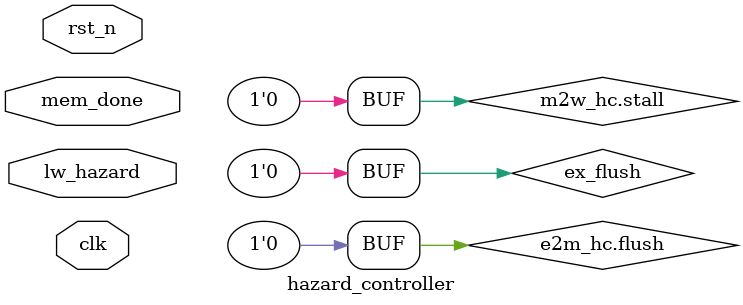
<source format=sv>
/*
 * hazard_controller.sv
 * Author: Zinsser Zhang
 * Last Revision: 03/13/2022
 *
 * hazard_controller collects feedbacks from each stage and detect whether there
 * are hazards in the pipeline. If so, it generate control signals to stall or
 * flush each stage. It also contains a branch_controller, which talks to
 * a branch predictor to make a prediction when a branch instruction is decoded.
 *
 * It also contains simulation only logic to report hazard conditions to C++
 * code for execution statistics collection.
 *
 * See wiki page "Hazards" for details.
 * See wiki page "Branch and Jump" for details of branch and jump instructions.
 */
`include "mips_core.svh"

`ifdef SIMULATION
import "DPI-C" function void stats_event (input string e);
`endif

module hazard_controller (
	input clk,    // Clock
	input rst_n,  // Synchronous reset active low

	// Feedback from IF
	cache_output_ifc.in if_i_cache_output,
	// Feedback from DEC
	pc_ifc.in dec_pc,
	branch_decoded_ifc.hazard dec_branch_decoded,
	// Feedback from EX
	pc_ifc.in ex_pc,
	input lw_hazard,
	branch_result_ifc.in ex_branch_result,
	// Feedback from MEM
	input mem_done,

	// Hazard control output
	hazard_control_ifc.out i2i_hc,
	hazard_control_ifc.out i2d_hc,
	hazard_control_ifc.out d2e_hc,
	hazard_control_ifc.out e2m_hc,
	hazard_control_ifc.out m2w_hc,

	// Load pc output
	load_pc_ifc.out load_pc
);

	branch_controller BRANCH_CONTROLLER (
		.clk, .rst_n,
		.dec_pc,
		.dec_branch_decoded,
		.ex_pc,
		.ex_branch_result
	);

	// We have total 6 potential hazards
	logic ic_miss;			// I cache miss
	logic ds_miss;			// Delay slot miss
	logic dec_overload;		// Branch predict taken or Jump
	logic ex_overload;		// Branch prediction wrong
	//    lw_hazard;		// Load word hazard (input from forward unit)
	logic dc_miss;			// D cache miss

	// Determine if we have these hazards
	always_comb
	begin
		ic_miss = ~if_i_cache_output.valid;
		ds_miss = ic_miss & dec_branch_decoded.valid;
		dec_overload = dec_branch_decoded.valid
			& (dec_branch_decoded.is_jump
				| (dec_branch_decoded.prediction == TAKEN));
		ex_overload = ex_branch_result.valid
			& (ex_branch_result.prediction != ex_branch_result.outcome);
		// lw_hazard is determined by forward unit.
		dc_miss = ~mem_done;
	end

	// Control signals
	logic if_stall, if_flush;
	logic dec_stall, dec_flush;
	logic ex_stall, ex_flush;
	logic mem_stall, mem_flush;
	// wb doesn't need to be stalled or flushed
	// i.e. any data goes to wb is finalized and waiting to be commited

	/*
	 * Now let's go over the solution of all hazards
	 * ic_miss:
	 *     if_stall, if_flush
	 * ds_miss:
	 *     dec_stall, dec_flush (if_stall and if_flush handled by ic_miss)
	 * dec_overload:
	 *     load_pc
	 * ex_overload:
	 *     load_pc, ~if_stall, if_flush
	 * lw_hazard:
	 *     dec_stall, dec_flush
	 * dc_miss:
	 *     mem_stall, mem_flush
	 *
	 * The only conflict here is between ic_miss and ex_overload.
	 * ex_overload should have higher priority than ic_miss. Because i cache
	 * does not register missed request, it's totally fine to directly overload
	 * the pc value.
	 *
	 * In addition to above hazards, each stage should also stall if its
	 * downstream stage stalls (e.g., when mem stalls, if & dec & ex should all
	 * stall). This has the highest priority.
	 */

	always_comb
	begin : handle_if
		if_stall = 1'b0;
		if_flush = 1'b0;

		if (ic_miss)
		begin
			if_stall = 1'b1;
			if_flush = 1'b1;
		end

		if (ex_overload)
		begin
			if_stall = 1'b0;
			if_flush = 1'b1;
		end

		if (dec_stall)
			if_stall = 1'b1;
	end

	always_comb
	begin : handle_dec
		dec_stall = 1'b0;
		dec_flush = 1'b0;

		if (ds_miss | lw_hazard)
		begin
			dec_stall = 1'b1;
			dec_flush = 1'b1;
		end

		if (ex_stall)
			dec_stall = 1'b1;
	end

	always_comb
	begin : handle_ex
		ex_stall = mem_stall;
		ex_flush = 1'b0;
	end

	always_comb
	begin : handle_mem
		mem_stall = dc_miss;
		mem_flush = dc_miss;
	end

	// Now distribute the control signals to each pipeline registers
	always_comb
	begin
		i2i_hc.stall = 1'b0;
		i2i_hc.stall = if_stall;
		i2d_hc.flush = if_flush;
		i2d_hc.stall = dec_stall;
		d2e_hc.flush = dec_flush;
		d2e_hc.stall = ex_stall;
		e2m_hc.flush = ex_flush;
		e2m_hc.stall = mem_stall;
		m2w_hc.flush = mem_flush;
		m2w_hc.stall = 1'b0;
	end

	// Derive the load_pc
	always_comb
	begin
		load_pc.we = dec_overload | ex_overload;
		if (dec_overload)
			load_pc.new_pc = dec_branch_decoded.target;
		else
			load_pc.new_pc = ex_branch_result.recovery_target;
	end

`ifdef SIMULATION
	always_ff @(posedge clk)
	begin
		if (ic_miss) stats_event("ic_miss");
		if (ds_miss) stats_event("ds_miss");
		if (dec_overload) stats_event("dec_overload");
		if (ex_overload) stats_event("ex_overload");
		if (lw_hazard) stats_event("lw_hazard");
		if (dc_miss) stats_event("dc_miss");
		if (if_stall) stats_event("if_stall");
		if (if_flush) stats_event("if_flush");
		if (dec_stall) stats_event("dec_stall");
		if (dec_flush) stats_event("dec_flush");
		if (ex_stall) stats_event("ex_stall");
		if (ex_flush) stats_event("ex_flush");
		if (mem_stall) stats_event("mem_stall");
		if (mem_flush) stats_event("mem_flush");
	end
`endif

endmodule

</source>
